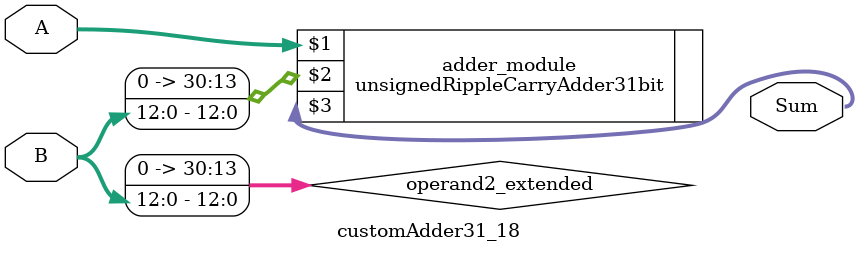
<source format=v>

module customAdder31_18(
                    input [30 : 0] A,
                    input [12 : 0] B,
                    
                    output [31 : 0] Sum
            );

    wire [30 : 0] operand2_extended;
    
    assign operand2_extended =  {18'b0, B};
    
    unsignedRippleCarryAdder31bit adder_module(
        A,
        operand2_extended,
        Sum
    );
    
endmodule
        
</source>
